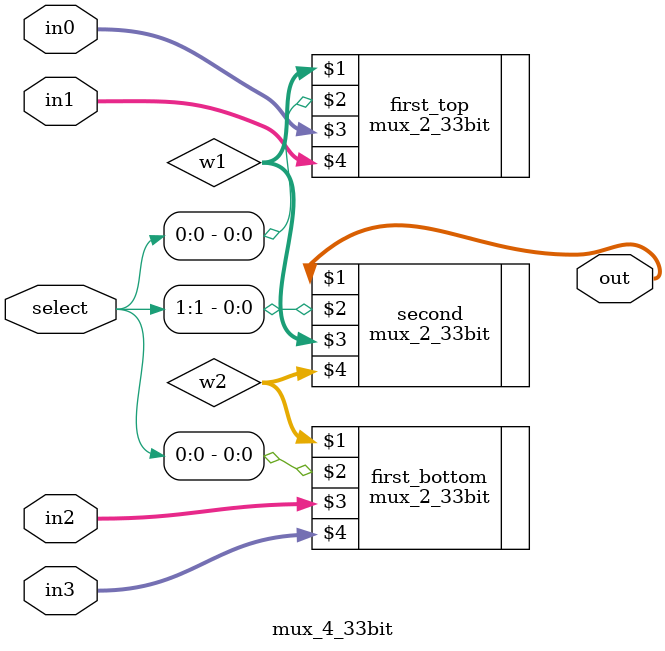
<source format=v>
module mux_4_33bit(out, select, in0, in1, in2, in3);
    input [1:0] select;
    input [32:0] in0, in1, in2, in3;
    output [32:0] out;
    wire [32:0] w1, w2;
    
    mux_2_33bit first_top(w1, select[0], in0, in1);
    mux_2_33bit first_bottom(w2, select[0], in2, in3);
    mux_2_33bit second(out, select[1], w1, w2);
endmodule
</source>
